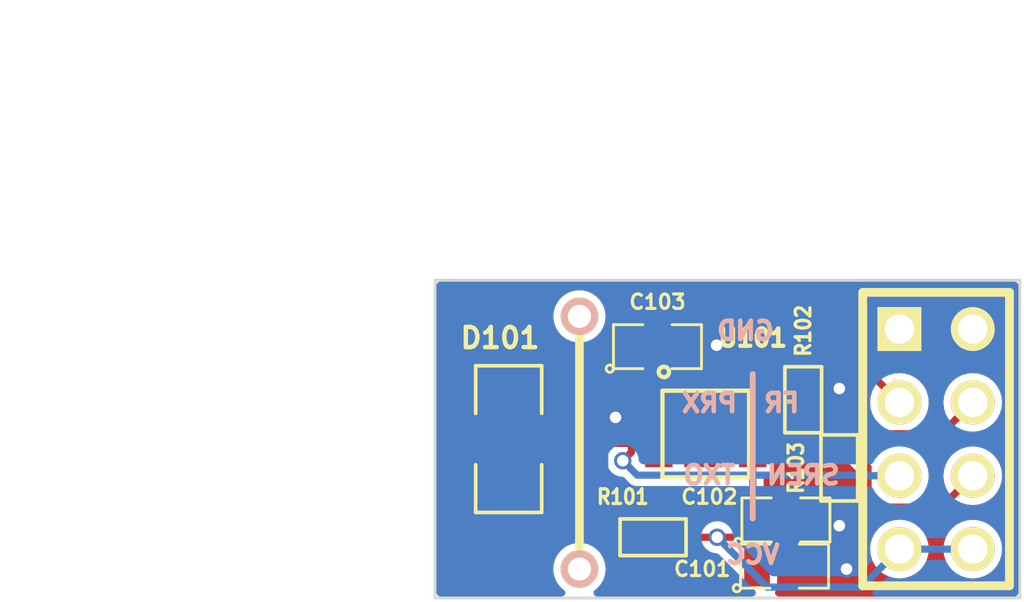
<source format=kicad_pcb>
(kicad_pcb (version 20221018) (generator pcbnew)
  (layers (0 "F.Cu" signal) (31 "B.Cu" signal) (34 "B.Paste" user) (35 "F.Paste" user) (36 "B.SilkS" user "B.Silkscreen") (37 "F.SilkS" user "F.Silkscreen") (38 "B.Mask" user) (39 "F.Mask" user) (44 "Edge.Cuts" user))
  (net 0 "")
  (net 1 "VCC")
  (net 2 "GND")
  (net 3 "/TXO")
  (net 4 "/FR")
  (net 5 "/PRX")
  (net 6 "Net-(U101-Pad4)")
  (net 7 "/SREN")
  (net 8 "Net-(C103-Pad1)")
  (footprint "General_SMD:SM0805" (layer "F.Cu") (at 158.3525 108.4)
    (fp_text reference "C101" (at -2.8525 0.1) (layer "F.SilkS") (effects (font (size 0.50038 0.50038) (thickness 0.10922))))
    (fp_text value "CAP_0805" hide)
    (fp_line (start -1.524 -0.762) (end -0.508 -0.762) (stroke (width 0.09906)) (layer "F.SilkS"))
    (fp_line (start -1.524 0.762) (end -1.524 -0.762) (stroke (width 0.09906)) (layer "F.SilkS"))
    (fp_line (start -0.508 0.762) (end -1.524 0.762) (stroke (width 0.09906)) (layer "F.SilkS"))
    (fp_line (start 0.508 -0.762) (end 1.524 -0.762) (stroke (width 0.09906)) (layer "F.SilkS"))
    (fp_line (start 1.524 -0.762) (end 1.524 0.762) (stroke (width 0.09906)) (layer "F.SilkS"))
    (fp_line (start 1.524 0.762) (end 0.508 0.762) (stroke (width 0.09906)) (layer "F.SilkS"))
    (fp_circle (center -1.651 0.762) (end -1.651 0.635) (stroke (width 0.09906)) (fill none) (layer "F.SilkS"))
    (pad "1" smd rect (at -0.9525 0) (size 0.889 1.397) (layers "F.Cu" "F.Paste" "F.Mask") (net 1 "VCC"))
    (pad "2" smd rect (at 0.9525 0) (size 0.889 1.397) (layers "F.Cu" "F.Paste" "F.Mask") (net 2 "GND"))
  )
  (footprint "General_SMD:SM0805" (layer "F.Cu") (at 158.4 106.8)
    (fp_text reference "C102" (at -2.65 -0.8) (layer "F.SilkS") (effects (font (size 0.50038 0.50038) (thickness 0.10922))))
    (fp_text value "CAP_0805" hide)
    (fp_line (start -1.524 -0.762) (end -0.508 -0.762) (stroke (width 0.09906)) (layer "F.SilkS"))
    (fp_line (start -1.524 0.762) (end -1.524 -0.762) (stroke (width 0.09906)) (layer "F.SilkS"))
    (fp_line (start -0.508 0.762) (end -1.524 0.762) (stroke (width 0.09906)) (layer "F.SilkS"))
    (fp_line (start 0.508 -0.762) (end 1.524 -0.762) (stroke (width 0.09906)) (layer "F.SilkS"))
    (fp_line (start 1.524 -0.762) (end 1.524 0.762) (stroke (width 0.09906)) (layer "F.SilkS"))
    (fp_line (start 1.524 0.762) (end 0.508 0.762) (stroke (width 0.09906)) (layer "F.SilkS"))
    (fp_circle (center -1.651 0.762) (end -1.651 0.635) (stroke (width 0.09906)) (fill none) (layer "F.SilkS"))
    (pad "1" smd rect (at -0.9525 0) (size 0.889 1.397) (layers "F.Cu" "F.Paste" "F.Mask") (net 1 "VCC"))
    (pad "2" smd rect (at 0.9525 0) (size 0.889 1.397) (layers "F.Cu" "F.Paste" "F.Mask") (net 2 "GND"))
  )
  (footprint "General_SMD:SM0805" (layer "F.Cu") (at 153.9525 100.8)
    (fp_text reference "C103" (at 0 -1.55) (layer "F.SilkS") (effects (font (size 0.50038 0.50038) (thickness 0.10922))))
    (fp_text value "CAP_0805" hide)
    (fp_line (start -1.524 -0.762) (end -0.508 -0.762) (stroke (width 0.09906)) (layer "F.SilkS"))
    (fp_line (start -1.524 0.762) (end -1.524 -0.762) (stroke (width 0.09906)) (layer "F.SilkS"))
    (fp_line (start -0.508 0.762) (end -1.524 0.762) (stroke (width 0.09906)) (layer "F.SilkS"))
    (fp_line (start 0.508 -0.762) (end 1.524 -0.762) (stroke (width 0.09906)) (layer "F.SilkS"))
    (fp_line (start 1.524 -0.762) (end 1.524 0.762) (stroke (width 0.09906)) (layer "F.SilkS"))
    (fp_line (start 1.524 0.762) (end 0.508 0.762) (stroke (width 0.09906)) (layer "F.SilkS"))
    (fp_circle (center -1.651 0.762) (end -1.651 0.635) (stroke (width 0.09906)) (fill none) (layer "F.SilkS"))
    (pad "1" smd rect (at -0.9525 0) (size 0.889 1.397) (layers "F.Cu" "F.Paste" "F.Mask") (net 8 "Net-(C103-Pad1)"))
    (pad "2" smd rect (at 0.9525 0) (size 0.889 1.397) (layers "F.Cu" "F.Paste" "F.Mask") (net 2 "GND"))
  )
  (footprint "General_SMD:SM0603" (layer "F.Cu") (at 153.8 107.4 180)
    (fp_text reference "R101" (at 1.05 1.4 180) (layer "F.SilkS") (effects (font (size 0.508 0.4572) (thickness 0.1143))))
    (fp_text value "RES_0603" hide)
    (fp_line (start -1.143 -0.635) (end 1.143 -0.635) (stroke (width 0.127)) (layer "F.SilkS"))
    (fp_line (start -1.143 0.635) (end -1.143 -0.635) (stroke (width 0.127)) (layer "F.SilkS"))
    (fp_line (start 1.143 -0.635) (end 1.143 0.635) (stroke (width 0.127)) (layer "F.SilkS"))
    (fp_line (start 1.143 0.635) (end -1.143 0.635) (stroke (width 0.127)) (layer "F.SilkS"))
    (pad "1" smd rect (at -0.762 0 180) (size 0.635 1.143) (layers "F.Cu" "F.Paste" "F.Mask") (net 1 "VCC"))
    (pad "2" smd rect (at 0.762 0 180) (size 0.635 1.143) (layers "F.Cu" "F.Paste" "F.Mask") (net 8 "Net-(C103-Pad1)"))
  )
  (footprint "General_SMD:SM0603" (layer "F.Cu") (at 159 102.638 90)
    (fp_text reference "R102" (at 2.388 0 90) (layer "F.SilkS") (effects (font (size 0.508 0.4572) (thickness 0.1143))))
    (fp_text value "RES_0603" hide)
    (fp_line (start -1.143 -0.635) (end 1.143 -0.635) (stroke (width 0.127)) (layer "F.SilkS"))
    (fp_line (start -1.143 0.635) (end -1.143 -0.635) (stroke (width 0.127)) (layer "F.SilkS"))
    (fp_line (start 1.143 -0.635) (end 1.143 0.635) (stroke (width 0.127)) (layer "F.SilkS"))
    (fp_line (start 1.143 0.635) (end -1.143 0.635) (stroke (width 0.127)) (layer "F.SilkS"))
    (pad "1" smd rect (at -0.762 0 90) (size 0.635 1.143) (layers "F.Cu" "F.Paste" "F.Mask") (net 4 "/FR"))
    (pad "2" smd rect (at 0.762 0 90) (size 0.635 1.143) (layers "F.Cu" "F.Paste" "F.Mask") (net 2 "GND"))
  )
  (footprint "ODFN:ODFN-8_3x3" (layer "F.Cu") (at 155.625 103.825 -90)
    (fp_text reference "U101" (at -3.325 -1.625) (layer "F.SilkS") (effects (font (size 0.6 0.6))))
    (fp_text value "SI1102" hide)
    (fp_line (start -1.5 -1.5) (end -1.5 1.5) (stroke (width 0.15)) (layer "F.SilkS"))
    (fp_line (start -1.5 1.5) (end 1.5 1.5) (stroke (width 0.15)) (layer "F.SilkS"))
    (fp_line (start 1.5 -1.5) (end -1.5 -1.5) (stroke (width 0.15)) (layer "F.SilkS"))
    (fp_line (start 1.5 1.5) (end 1.5 -1.5) (stroke (width 0.15)) (layer "F.SilkS"))
    (fp_circle (center -2.15 1.45) (end -2.05 1.6) (stroke (width 0.15)) (fill none) (layer "F.SilkS"))
    (pad "1" smd rect (at -0.975 1.625 270) (size 0.35 0.95) (layers "F.Cu" "F.Paste" "F.Mask") (net 5 "/PRX"))
    (pad "2" smd rect (at -0.325 1.625 270) (size 0.35 0.95) (layers "F.Cu" "F.Paste" "F.Mask") (net 2 "GND"))
    (pad "3" smd rect (at 0.325 1.625 270) (size 0.35 0.95) (layers "F.Cu" "F.Paste" "F.Mask") (net 3 "/TXO"))
    (pad "4" smd rect (at 0.975 1.625 270) (size 0.35 0.95) (layers "F.Cu" "F.Paste" "F.Mask") (net 6 "Net-(U101-Pad4)"))
    (pad "5" smd rect (at 0.975 -1.625 270) (size 0.35 0.95) (layers "F.Cu" "F.Paste" "F.Mask") (net 1 "VCC"))
    (pad "6" smd rect (at 0.325 -1.625 270) (size 0.35 0.95) (layers "F.Cu" "F.Paste" "F.Mask") (net 7 "/SREN"))
    (pad "7" smd rect (at -0.325 -1.625 270) (size 0.35 0.95) (layers "F.Cu" "F.Paste" "F.Mask") (net 4 "/FR"))
    (pad "8" smd rect (at -0.975 -1.625 270) (size 0.35 0.95) (layers "F.Cu" "F.Paste" "F.Mask") (net 2 "GND"))
    (pad "9" smd rect (at 0 0 270) (size 2.3 1.5) (layers "F.Cu" "F.Paste" "F.Mask"))
  )
  (footprint "Connectors_254mm:pin_array_4x2" (layer "F.Cu") (at 163.6 104 -90)
    (fp_text reference "P101" hide)
    (fp_text value "CONN_02X04" hide)
    (fp_line (start -5.08 -2.54) (end 5.08 -2.54) (stroke (width 0.3048)) (layer "F.SilkS"))
    (fp_line (start -5.08 2.54) (end -5.08 -2.54) (stroke (width 0.3048)) (layer "F.SilkS"))
    (fp_line (start 5.08 -2.54) (end 5.08 2.54) (stroke (width 0.3048)) (layer "F.SilkS"))
    (fp_line (start 5.08 2.54) (end -5.08 2.54) (stroke (width 0.3048)) (layer "F.SilkS"))
    (pad "1" thru_hole rect (at -3.81 1.27 270) (size 1.524 1.524) (drill 1.016) (layers "*.Cu" "*.Mask" "F.SilkS") (net 2 "GND"))
    (pad "2" thru_hole circle (at -3.81 -1.27 270) (size 1.524 1.524) (drill 1.016) (layers "*.Cu" "*.Mask" "F.SilkS") (net 2 "GND"))
    (pad "3" thru_hole circle (at -1.27 1.27 270) (size 1.524 1.524) (drill 1.016) (layers "*.Cu" "*.Mask" "F.SilkS") (net 5 "/PRX"))
    (pad "4" thru_hole circle (at -1.27 -1.27 270) (size 1.524 1.524) (drill 1.016) (layers "*.Cu" "*.Mask" "F.SilkS") (net 4 "/FR"))
    (pad "5" thru_hole circle (at 1.27 1.27 270) (size 1.524 1.524) (drill 1.016) (layers "*.Cu" "*.Mask" "F.SilkS") (net 3 "/TXO"))
    (pad "6" thru_hole circle (at 1.27 -1.27 270) (size 1.524 1.524) (drill 1.016) (layers "*.Cu" "*.Mask" "F.SilkS") (net 7 "/SREN"))
    (pad "7" thru_hole circle (at 3.81 1.27 270) (size 1.524 1.524) (drill 1.016) (layers "*.Cu" "*.Mask" "F.SilkS") (net 1 "VCC"))
    (pad "8" thru_hole circle (at 3.81 -1.27 270) (size 1.524 1.524) (drill 1.016) (layers "*.Cu" "*.Mask" "F.SilkS") (net 1 "VCC"))
  )
  (footprint "General_SMD:SM1206" (layer "F.Cu") (at 148.8 104 -90)
    (fp_text reference "D101" (at -3.5 0.3 180) (layer "F.SilkS") (effects (font (size 0.7 0.7) (thickness 0.152))))
    (fp_text value "Led_Small" hide)
    (fp_line (start -2.54 -1.143) (end -2.54 1.143) (stroke (width 0.127)) (layer "F.SilkS"))
    (fp_line (start -2.54 1.143) (end -0.889 1.143) (stroke (width 0.127)) (layer "F.SilkS"))
    (fp_line (start -0.889 -1.143) (end -2.54 -1.143) (stroke (width 0.127)) (layer "F.SilkS"))
    (fp_line (start 0.889 -1.143) (end 2.54 -1.143) (stroke (width 0.127)) (layer "F.SilkS"))
    (fp_line (start 2.54 -1.143) (end 2.54 1.143) (stroke (width 0.127)) (layer "F.SilkS"))
    (fp_line (start 2.54 1.143) (end 0.889 1.143) (stroke (width 0.127)) (layer "F.SilkS"))
    (pad "1" smd rect (at -1.651 0 270) (size 1.524 2.032) (layers "F.Cu" "F.Paste" "F.Mask") (net 8 "Net-(C103-Pad1)"))
    (pad "2" smd rect (at 1.651 0 270) (size 1.524 2.032) (layers "F.Cu" "F.Paste" "F.Mask") (net 3 "/TXO"))
  )
  (footprint "Mounting_Holes:0.8mm_plated_hole" (layer "F.Cu") (at 151.25 108.5)
    (fp_text reference "REF**" hide)
    (fp_text value "0.8mm_plated_hole" hide)
    (pad "1" thru_hole circle (at 0 0) (size 1.3 1.3) (drill 0.8) (layers "*.Cu" "*.SilkS" "*.Mask"))
  )
  (footprint "Mounting_Holes:0.8mm_plated_hole" (layer "F.Cu") (at 151.25 99.75)
    (fp_text reference "REF**" hide)
    (fp_text value "0.8mm_plated_hole" hide)
    (pad "1" thru_hole circle (at 0 0) (size 1.3 1.3) (drill 0.8) (layers "*.Cu" "*.SilkS" "*.Mask"))
  )
  (footprint "General_SMD:SM0603" (layer "F.Cu") (at 160.25 105 -90)
    (fp_text reference "R103" (at 0 1.5 270) (layer "F.SilkS") (effects (font (size 0.508 0.4572) (thickness 0.1143))))
    (fp_text value "RES_0603" hide)
    (fp_line (start -1.143 -0.635) (end 1.143 -0.635) (stroke (width 0.127)) (layer "F.SilkS"))
    (fp_line (start -1.143 0.635) (end -1.143 -0.635) (stroke (width 0.127)) (layer "F.SilkS"))
    (fp_line (start 1.143 -0.635) (end 1.143 0.635) (stroke (width 0.127)) (layer "F.SilkS"))
    (fp_line (start 1.143 0.635) (end -1.143 0.635) (stroke (width 0.127)) (layer "F.SilkS"))
    (pad "1" smd rect (at -0.762 0 270) (size 0.635 1.143) (layers "F.Cu" "F.Paste" "F.Mask") (net 7 "/SREN"))
    (pad "2" smd rect (at 0.762 0 270) (size 0.635 1.143) (layers "F.Cu" "F.Paste" "F.Mask") (net 2 "GND"))
  )
  (gr_line (start 157.25 101.75) (end 157.25 106.75) (stroke (width 0.2)) (layer "B.SilkS"))
  (gr_line (start 151.25 107.5) (end 151.25 107.75) (stroke (width 0.3)) (layer "F.SilkS"))
  (gr_line (start 151.25 100.5) (end 151.25 107.5) (stroke (width 0.3)) (layer "F.SilkS"))
  (gr_line (start 146.25 98.5) (end 166.5 98.5) (stroke (width 0.1)) (layer "Edge.Cuts"))
  (gr_line (start 166.5 98.5) (end 166.5 109.5) (stroke (width 0.1)) (layer "Edge.Cuts"))
  (gr_line (start 146.25 109.5) (end 146.25 98.5) (stroke (width 0.1)) (layer "Edge.Cuts"))
  (gr_line (start 166.5 109.5) (end 146.25 109.5) (stroke (width 0.1)) (layer "Edge.Cuts"))
  (gr_text "SREN" (at 159 105.25) (layer "B.SilkS") (effects (font (size 0.635 0.635) (thickness 0.15875)) (justify mirror)))
  (gr_text "VCC" (at 157.25 108) (layer "B.SilkS") (effects (font (size 0.635 0.635) (thickness 0.15875)) (justify mirror)))
  (gr_text "FR" (at 158.25 102.75) (layer "B.SilkS") (effects (font (size 0.635 0.635) (thickness 0.15875)) (justify mirror)))
  (gr_text "GND" (at 157 100.25) (layer "B.SilkS") (effects (font (size 0.635 0.635) (thickness 0.15875)) (justify mirror)))
  (gr_text "TXO" (at 155.75 105.25) (layer "B.SilkS") (effects (font (size 0.635 0.635) (thickness 0.15875)) (justify mirror)))
  (gr_text "PRX" (at 155.75 102.75) (layer "B.SilkS") (effects (font (size 0.635 0.635) (thickness 0.15875)) (justify mirror)))
  (segment (start 157.25 104.8) (end 157.25 106.6025) (width 0.25) (layer "F.Cu") (net 1))
  (segment (start 154.562 107.4) (end 156.019639 107.4) (width 0.25) (layer "F.Cu") (net 1))
  (segment (start 157.4 108.4) (end 157.4 106.8475) (width 0.25) (layer "F.Cu") (net 1))
  (segment (start 156.8475 107.4) (end 157.4475 106.8) (width 0.25) (layer "F.Cu") (net 1))
  (segment (start 156.019639 107.4) (end 156.8475 107.4) (width 0.25) (layer "F.Cu") (net 1))
  (segment (start 157.25 106.6025) (end 157.4475 106.8) (width 0.25) (layer "F.Cu") (net 1))
  (segment (start 157.4 106.8475) (end 157.4475 106.8) (width 0.25) (layer "F.Cu") (net 1))
  (via (at 156.019639 107.4) (size 0.6) (drill 0.4) (layers "F.Cu" "B.Cu") (net 1))
  (segment (start 163.79237 107.81) (end 162.33 107.81) (width 0.25) (layer "B.Cu") (net 1))
  (segment (start 157.74464 109.125001) (end 156.019639 107.4) (width 0.25) (layer "B.Cu") (net 1))
  (segment (start 162.33 107.81) (end 161.014999 109.125001) (width 0.25) (layer "B.Cu") (net 1))
  (segment (start 164.87 107.81) (end 163.79237 107.81) (width 0.25) (layer "B.Cu") (net 1))
  (segment (start 161.014999 109.125001) (end 157.74464 109.125001) (width 0.25) (layer "B.Cu") (net 1))
  (segment (start 157.25 102.85) (end 158.026 102.85) (width 0.25) (layer "F.Cu") (net 2))
  (segment (start 159.876 101.876) (end 160.25 102.25) (width 0.25) (layer "F.Cu") (net 2))
  (segment (start 155.95 100.8) (end 156 100.75) (width 0.25) (layer "F.Cu") (net 2))
  (segment (start 160.25 107) (end 159.5525 107) (width 0.25) (layer "F.Cu") (net 2))
  (segment (start 154 103.5) (end 152.75 103.5) (width 0.25) (layer "F.Cu") (net 2))
  (segment (start 159.5525 107) (end 159.3525 106.8) (width 0.25) (layer "F.Cu") (net 2))
  (segment (start 160.4 108.4) (end 160.5 108.5) (width 0.25) (layer "F.Cu") (net 2))
  (segment (start 159.305 108.4) (end 160.4 108.4) (width 0.25) (layer "F.Cu") (net 2))
  (segment (start 159 101.876) (end 159.876 101.876) (width 0.25) (layer "F.Cu") (net 2))
  (segment (start 154.905 100.8) (end 155.95 100.8) (width 0.25) (layer "F.Cu") (net 2))
  (segment (start 152.75 103.5) (end 152.5 103.25) (width 0.25) (layer "F.Cu") (net 2))
  (segment (start 158.026 102.85) (end 159 101.876) (width 0.25) (layer "F.Cu") (net 2))
  (via (at 156 100.75) (size 0.6) (drill 0.4) (layers "F.Cu" "B.Cu") (net 2))
  (via (at 160.5 108.5) (size 0.6) (drill 0.4) (layers "F.Cu" "B.Cu") (net 2))
  (via (at 152.5 103.25) (size 0.6) (drill 0.4) (layers "F.Cu" "B.Cu") (net 2))
  (via (at 160.25 102.25) (size 0.6) (drill 0.4) (layers "F.Cu" "B.Cu") (net 2))
  (via (at 160.25 107) (size 0.6) (drill 0.4) (layers "F.Cu" "B.Cu") (net 2))
  (segment (start 164.87 100.19) (end 163.79237 100.19) (width 0.25) (layer "B.Cu") (net 2))
  (segment (start 152.124999 103.625001) (end 152.200001 103.549999) (width 0.25) (layer "B.Cu") (net 2))
  (segment (start 160.25 107) (end 159.25 106) (width 0.25) (layer "B.Cu") (net 2))
  (segment (start 162.31 100.19) (end 162.33 100.19) (width 0.25) (layer "B.Cu") (net 2))
  (segment (start 159.25 106) (end 153 106) (width 0.25) (layer "B.Cu") (net 2))
  (segment (start 152.200001 103.549999) (end 152.5 103.25) (width 0.25) (layer "B.Cu") (net 2))
  (segment (start 160.5 108.075736) (end 160.5 107.25) (width 0.25) (layer "B.Cu") (net 2))
  (segment (start 160.5 107.25) (end 160.25 107) (width 0.25) (layer "B.Cu") (net 2))
  (segment (start 160.5 108.5) (end 160.5 108.075736) (width 0.25) (layer "B.Cu") (net 2))
  (segment (start 156 100.75) (end 156.56 100.19) (width 0.25) (layer "B.Cu") (net 2))
  (segment (start 156.56 100.19) (end 162.33 100.19) (width 0.25) (layer "B.Cu") (net 2))
  (segment (start 153 106) (end 152.124999 105.124999) (width 0.25) (layer "B.Cu") (net 2))
  (segment (start 160.25 102.25) (end 162.31 100.19) (width 0.25) (layer "B.Cu") (net 2))
  (segment (start 152.5 103.25) (end 153.5 103.25) (width 0.25) (layer "B.Cu") (net 2))
  (segment (start 163.79237 100.19) (end 162.33 100.19) (width 0.25) (layer "B.Cu") (net 2))
  (segment (start 153.5 103.25) (end 156 100.75) (width 0.25) (layer "B.Cu") (net 2))
  (segment (start 152.124999 105.124999) (end 152.124999 103.625001) (width 0.25) (layer "B.Cu") (net 2))
  (segment (start 153.049999 104.236865) (end 152.963134 104.15) (width 0.25) (layer "F.Cu") (net 3))
  (segment (start 153.049999 104.450001) (end 153.049999 104.236865) (width 0.25) (layer "F.Cu") (net 3))
  (segment (start 152.75 104.75) (end 153.049999 104.450001) (width 0.25) (layer "F.Cu") (net 3))
  (segment (start 150.066 105.651) (end 151.567 104.15) (width 0.25) (layer "F.Cu") (net 3))
  (segment (start 152.963134 104.15) (end 154 104.15) (width 0.25) (layer "F.Cu") (net 3))
  (segment (start 148.8 105.651) (end 150.066 105.651) (width 0.25) (layer "F.Cu") (net 3))
  (segment (start 151.567 104.15) (end 152.963134 104.15) (width 0.25) (layer "F.Cu") (net 3))
  (via (at 152.75 104.75) (size 0.6) (drill 0.4) (layers "F.Cu" "B.Cu") (net 3))
  (segment (start 153.25 105.25) (end 152.75 104.75) (width 0.25) (layer "B.Cu") (net 3))
  (segment (start 161.23237 105.25) (end 153.25 105.25) (width 0.25) (layer "B.Cu") (net 3))
  (segment (start 161.25237 105.27) (end 161.23237 105.25) (width 0.25) (layer "B.Cu") (net 3))
  (segment (start 162.33 105.27) (end 161.25237 105.27) (width 0.25) (layer "B.Cu") (net 3))
  (segment (start 161.808239 103.817001) (end 162.851761 103.817001) (width 0.25) (layer "F.Cu") (net 4))
  (segment (start 159 103.4) (end 161.391238 103.4) (width 0.25) (layer "F.Cu") (net 4))
  (segment (start 162.851761 103.817001) (end 163.168762 103.5) (width 0.25) (layer "F.Cu") (net 4))
  (segment (start 164.1 103.5) (end 164.108001 103.491999) (width 0.25) (layer "F.Cu") (net 4))
  (segment (start 163.168762 103.5) (end 164.1 103.5) (width 0.25) (layer "F.Cu") (net 4))
  (segment (start 164.108001 103.491999) (end 164.87 102.73) (width 0.25) (layer "F.Cu") (net 4))
  (segment (start 161.391238 103.4) (end 161.808239 103.817001) (width 0.25) (layer "F.Cu") (net 4))
  (segment (start 157.25 103.5) (end 158.9 103.5) (width 0.25) (layer "F.Cu") (net 4))
  (segment (start 158.9 103.5) (end 159 103.4) (width 0.25) (layer "F.Cu") (net 4))
  (segment (start 154 102.425) (end 154.425 102) (width 0.25) (layer "F.Cu") (net 5))
  (segment (start 154.425 102) (end 156.75 102) (width 0.25) (layer "F.Cu") (net 5))
  (segment (start 160.833499 101.233499) (end 161.568001 101.968001) (width 0.25) (layer "F.Cu") (net 5))
  (segment (start 157.516501 101.233499) (end 160.833499 101.233499) (width 0.25) (layer "F.Cu") (net 5))
  (segment (start 156.75 102) (end 157.516501 101.233499) (width 0.25) (layer "F.Cu") (net 5))
  (segment (start 161.568001 101.968001) (end 162.33 102.73) (width 0.25) (layer "F.Cu") (net 5))
  (segment (start 154 102.85) (end 154 102.425) (width 0.25) (layer "F.Cu") (net 5))
  (segment (start 164.87 105.27) (end 163.782999 106.357001) (width 0.25) (layer "F.Cu") (net 7))
  (segment (start 160.25 104.238) (end 157.338 104.238) (width 0.25) (layer "F.Cu") (net 7))
  (segment (start 161.808239 106.357001) (end 163.782999 106.357001) (width 0.25) (layer "F.Cu") (net 7))
  (segment (start 157.338 104.238) (end 157.25 104.15) (width 0.25) (layer "F.Cu") (net 7))
  (segment (start 161.242999 105.791761) (end 161.808239 106.357001) (width 0.25) (layer "F.Cu") (net 7))
  (segment (start 160.25 104.238) (end 160.504 104.238) (width 0.25) (layer "F.Cu") (net 7))
  (segment (start 161.242999 104.976999) (end 161.242999 105.791761) (width 0.25) (layer "F.Cu") (net 7))
  (segment (start 160.504 104.238) (end 161.242999 104.976999) (width 0.25) (layer "F.Cu") (net 7))
  (segment (start 149.054 102.349) (end 150.603 100.8) (width 0.25) (layer "F.Cu") (net 8))
  (segment (start 146.75 106.5) (end 146.75 102.5) (width 0.25) (layer "F.Cu") (net 8))
  (segment (start 146.901 102.349) (end 148.8 102.349) (width 0.25) (layer "F.Cu") (net 8))
  (segment (start 148.8 102.349) (end 149.054 102.349) (width 0.25) (layer "F.Cu") (net 8))
  (segment (start 147.65 107.4) (end 146.75 106.5) (width 0.25) (layer "F.Cu") (net 8))
  (segment (start 150.603 100.8) (end 153 100.8) (width 0.25) (layer "F.Cu") (net 8))
  (segment (start 146.75 102.5) (end 146.901 102.349) (width 0.25) (layer "F.Cu") (net 8))
  (segment (start 153.038 107.4) (end 147.65 107.4) (width 0.25) (layer "F.Cu") (net 8))
  (zone (net 2) (net_name "GND") (layer "F.Cu") (connect_pads yes (clearance 0.25)) (min_thickness 0.25) (fill yes (thermal_gap 0.254) (thermal_bridge_width 0.254))
    (polygon (pts (xy 146.25 98.5) (xy 166.5 98.5) (xy 166.5 109.5) (xy 146.25 109.5)))
  )
  (zone (net 2) (net_name "GND") (layer "B.Cu") (connect_pads yes (clearance 0.25)) (min_thickness 0.25) (fill yes (thermal_gap 0.508) (thermal_bridge_width 0.508))
    (polygon (pts (xy 146.25 98.5) (xy 146.25 109.5) (xy 166.5 109.5) (xy 166.5 98.5)))
  )
)
</source>
